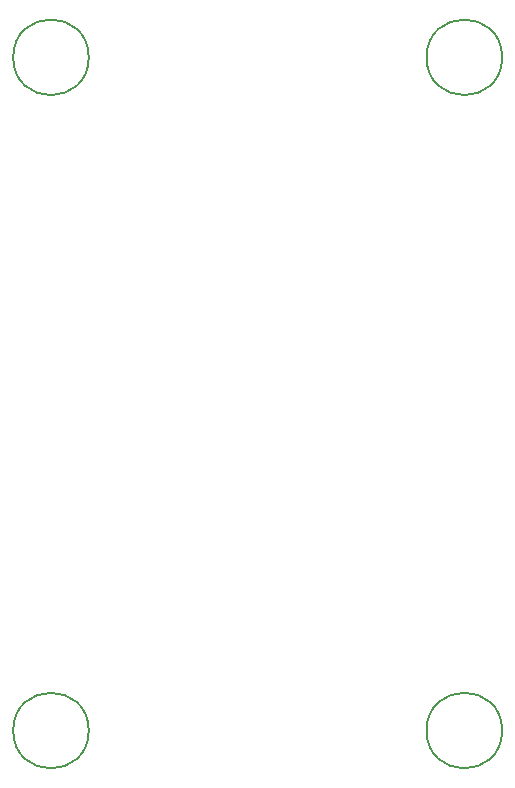
<source format=gbr>
G04 #@! TF.GenerationSoftware,KiCad,Pcbnew,(5.0.0)*
G04 #@! TF.CreationDate,2018-09-07T11:03:02+01:00*
G04 #@! TF.ProjectId,OpenSpritzer,4F70656E53707269747A65722E6B6963,rev?*
G04 #@! TF.SameCoordinates,Original*
G04 #@! TF.FileFunction,Other,Comment*
%FSLAX46Y46*%
G04 Gerber Fmt 4.6, Leading zero omitted, Abs format (unit mm)*
G04 Created by KiCad (PCBNEW (5.0.0)) date 09/07/18 11:03:02*
%MOMM*%
%LPD*%
G01*
G04 APERTURE LIST*
%ADD10C,0.150000*%
G04 APERTURE END LIST*
D10*
G04 #@! TO.C,*
X123200000Y-88000000D02*
G75*
G03X123200000Y-88000000I-3200000J0D01*
G01*
X123200000Y-145000000D02*
G75*
G03X123200000Y-145000000I-3200000J0D01*
G01*
X158200000Y-88000000D02*
G75*
G03X158200000Y-88000000I-3200000J0D01*
G01*
X158200000Y-145000000D02*
G75*
G03X158200000Y-145000000I-3200000J0D01*
G01*
G04 #@! TD*
M02*

</source>
